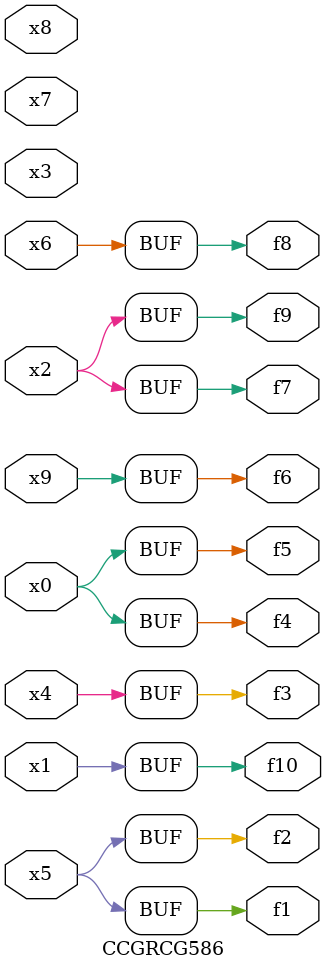
<source format=v>
module CCGRCG586(
	input x0, x1, x2, x3, x4, x5, x6, x7, x8, x9,
	output f1, f2, f3, f4, f5, f6, f7, f8, f9, f10
);
	assign f1 = x5;
	assign f2 = x5;
	assign f3 = x4;
	assign f4 = x0;
	assign f5 = x0;
	assign f6 = x9;
	assign f7 = x2;
	assign f8 = x6;
	assign f9 = x2;
	assign f10 = x1;
endmodule

</source>
